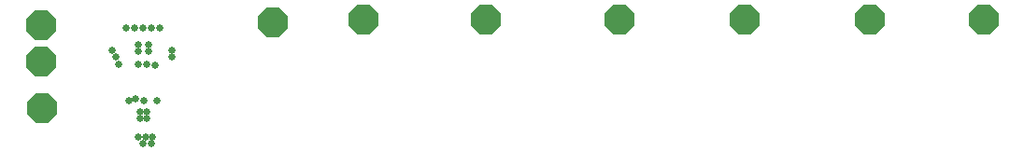
<source format=gbr>
G04 EAGLE Gerber RS-274X export*
G75*
%MOMM*%
%FSLAX34Y34*%
%LPD*%
%INSoldermask Bottom*%
%IPPOS*%
%AMOC8*
5,1,8,0,0,1.08239X$1,22.5*%
G01*
%ADD10P,2.969212X8X22.500000*%
%ADD11C,0.655600*%


D10*
X313200Y203200D03*
X424000Y203200D03*
X20800Y197980D03*
X21120Y165130D03*
X544800Y203200D03*
X658300Y203200D03*
X771800Y203200D03*
X875300Y203200D03*
X21590Y122400D03*
X230980Y200210D03*
D11*
X109220Y180340D03*
X118110Y180340D03*
X109220Y173990D03*
X118110Y173990D03*
X128270Y195580D03*
X120650Y195580D03*
X113030Y195580D03*
X105410Y195580D03*
X97790Y195580D03*
X85090Y175260D03*
X88900Y168910D03*
X91440Y162560D03*
X109220Y162560D03*
X116840Y162560D03*
X124460Y161290D03*
X139700Y168910D03*
X139700Y175260D03*
X110490Y119380D03*
X116840Y119380D03*
X116840Y113030D03*
X110490Y113030D03*
X109220Y96520D03*
X115570Y96520D03*
X121920Y96520D03*
X113030Y90170D03*
X120650Y90170D03*
X125730Y129540D03*
X114300Y129540D03*
X106680Y130810D03*
X100330Y129540D03*
M02*

</source>
